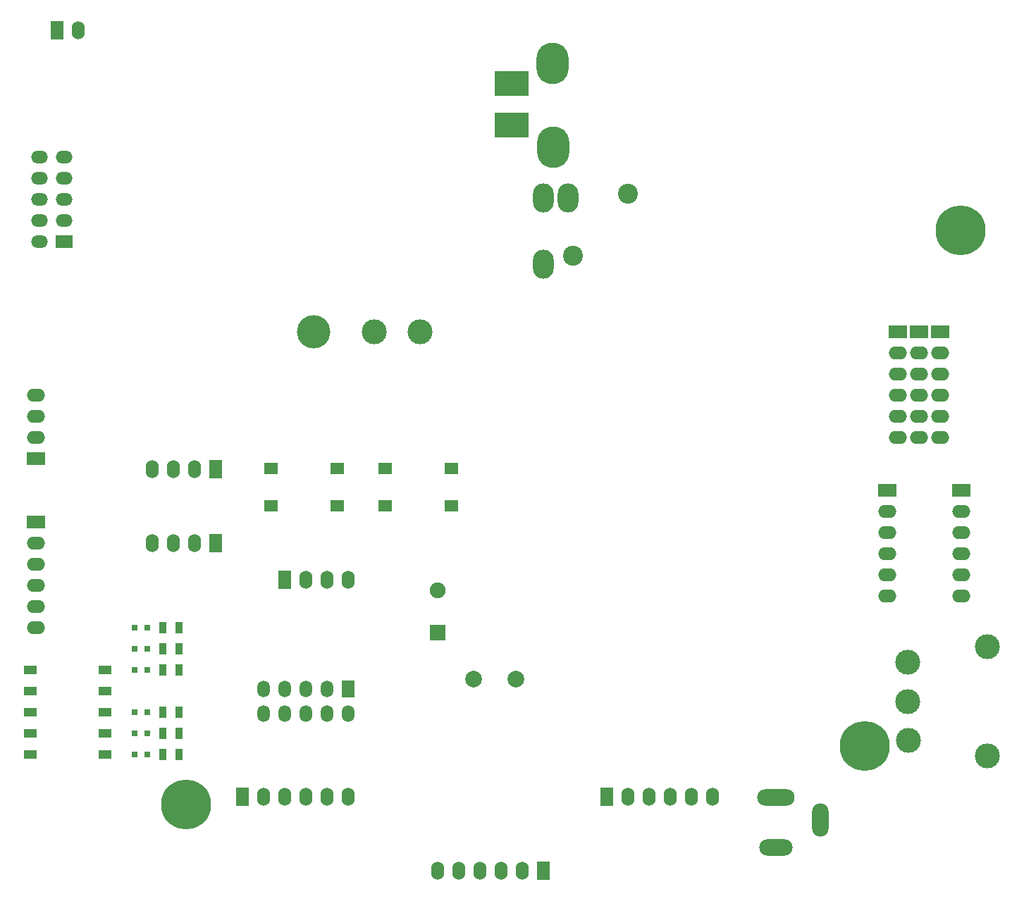
<source format=gbr>
G04 #@! TF.FileFunction,Soldermask,Top*
%FSLAX46Y46*%
G04 Gerber Fmt 4.6, Leading zero omitted, Abs format (unit mm)*
G04 Created by KiCad (PCBNEW (2015-10-27 BZR 6284, Git 48df08c)-product) date Wed 09 Dec 2015 03:30:12 AM CET*
%MOMM*%
G01*
G04 APERTURE LIST*
%ADD10C,0.100000*%
%ADD11R,2.199640X1.524000*%
%ADD12O,2.199640X1.524000*%
%ADD13R,1.524000X2.199640*%
%ADD14O,1.524000X2.199640*%
%ADD15C,1.998980*%
%ADD16O,1.998980X4.000500*%
%ADD17O,4.000500X1.998980*%
%ADD18O,4.500880X1.998980*%
%ADD19R,1.905000X1.905000*%
%ADD20C,1.905000*%
%ADD21O,1.500000X2.000000*%
%ADD22R,1.500000X2.000000*%
%ADD23O,2.000000X1.500000*%
%ADD24R,2.000000X1.500000*%
%ADD25C,4.000000*%
%ADD26C,3.000000*%
%ADD27O,2.500000X3.500000*%
%ADD28C,2.400000*%
%ADD29R,0.797560X0.797560*%
%ADD30R,0.889000X1.397000*%
%ADD31R,1.500000X1.100000*%
%ADD32O,3.900000X5.000000*%
%ADD33C,6.000000*%
G04 APERTURE END LIST*
D10*
D11*
X179070000Y-102235000D03*
D12*
X179070000Y-104775000D03*
X179070000Y-107315000D03*
X179070000Y-109855000D03*
X179070000Y-112395000D03*
X179070000Y-114935000D03*
D11*
X170180000Y-102235000D03*
D12*
X170180000Y-104775000D03*
X170180000Y-107315000D03*
X170180000Y-109855000D03*
X170180000Y-112395000D03*
X170180000Y-114935000D03*
D13*
X92710000Y-139065000D03*
D14*
X95250000Y-139065000D03*
X97790000Y-139065000D03*
X100330000Y-139065000D03*
X102870000Y-139065000D03*
X105410000Y-139065000D03*
D15*
X125603000Y-124968000D03*
X120523000Y-124968000D03*
D16*
X162145980Y-141914880D03*
D17*
X156845000Y-145166080D03*
D18*
X156845000Y-139164060D03*
D19*
X116205000Y-119380000D03*
D20*
X116205000Y-114300000D03*
D21*
X95250000Y-126115000D03*
X95250000Y-129155000D03*
X97790000Y-129155000D03*
X97790000Y-126115000D03*
D22*
X105410000Y-126115000D03*
D21*
X105410000Y-129155000D03*
X102870000Y-126115000D03*
X102870000Y-129155000D03*
X100330000Y-126115000D03*
X100330000Y-129155000D03*
D13*
X136525000Y-139065000D03*
D14*
X139065000Y-139065000D03*
X141605000Y-139065000D03*
X144145000Y-139065000D03*
X146685000Y-139065000D03*
X149225000Y-139065000D03*
D13*
X128905000Y-147955000D03*
D14*
X126365000Y-147955000D03*
X123825000Y-147955000D03*
X121285000Y-147955000D03*
X118745000Y-147955000D03*
X116205000Y-147955000D03*
D11*
X67945000Y-106045000D03*
D12*
X67945000Y-108585000D03*
X67945000Y-111125000D03*
X67945000Y-113665000D03*
X67945000Y-116205000D03*
X67945000Y-118745000D03*
D23*
X71370000Y-62230000D03*
X68330000Y-62230000D03*
X68330000Y-64770000D03*
X71370000Y-64770000D03*
D24*
X71370000Y-72390000D03*
D23*
X68330000Y-72390000D03*
X71370000Y-69850000D03*
X68330000Y-69850000D03*
X71370000Y-67310000D03*
X68330000Y-67310000D03*
D13*
X89535000Y-108585000D03*
D14*
X86995000Y-108585000D03*
X84455000Y-108585000D03*
X81915000Y-108585000D03*
D13*
X89535000Y-99695000D03*
D14*
X86995000Y-99695000D03*
X84455000Y-99695000D03*
X81915000Y-99695000D03*
D11*
X171450000Y-83185000D03*
D12*
X171450000Y-85725000D03*
X171450000Y-88265000D03*
X171450000Y-90805000D03*
X171450000Y-93345000D03*
X171450000Y-95885000D03*
D13*
X97840800Y-113030000D03*
D14*
X100380800Y-113030000D03*
X102920800Y-113030000D03*
X105460800Y-113030000D03*
D11*
X176530000Y-83185000D03*
D12*
X176530000Y-85725000D03*
X176530000Y-88265000D03*
X176530000Y-90805000D03*
X176530000Y-93345000D03*
X176530000Y-95885000D03*
D11*
X173990000Y-83185000D03*
D12*
X173990000Y-85725000D03*
X173990000Y-88265000D03*
X173990000Y-90805000D03*
X173990000Y-93345000D03*
X173990000Y-95885000D03*
D13*
X70485000Y-46990000D03*
D14*
X73025000Y-46990000D03*
D25*
X101265000Y-83185000D03*
D26*
X108565000Y-83185000D03*
X114065000Y-83185000D03*
D10*
G36*
X123095000Y-51880000D02*
X127095000Y-51880000D01*
X127095000Y-54880000D01*
X123095000Y-54880000D01*
X123095000Y-51880000D01*
X123095000Y-51880000D01*
G37*
G36*
X123095000Y-56880000D02*
X127095000Y-56880000D01*
X127095000Y-59880000D01*
X123095000Y-59880000D01*
X123095000Y-56880000D01*
X123095000Y-56880000D01*
G37*
D11*
X67945000Y-98425000D03*
D12*
X67945000Y-95885000D03*
X67945000Y-93345000D03*
X67945000Y-90805000D03*
D27*
X128885000Y-67120000D03*
X128885000Y-75120000D03*
X131885000Y-67120000D03*
D28*
X132485000Y-74120000D03*
X139085000Y-66620000D03*
D26*
X172720000Y-132334000D03*
X172717460Y-127635000D03*
X172717460Y-122936000D03*
X182245000Y-134231380D03*
X182245000Y-121038620D03*
D29*
X81280000Y-123825000D03*
X79781400Y-123825000D03*
X81280000Y-121285000D03*
X79781400Y-121285000D03*
X81280000Y-118745000D03*
X79781400Y-118745000D03*
X81280000Y-128905000D03*
X79781400Y-128905000D03*
X81280000Y-133985000D03*
X79781400Y-133985000D03*
X81280000Y-131445000D03*
X79781400Y-131445000D03*
D30*
X83185000Y-123825000D03*
X85090000Y-123825000D03*
X83185000Y-121285000D03*
X85090000Y-121285000D03*
X83185000Y-118745000D03*
X85090000Y-118745000D03*
X83185000Y-128905000D03*
X85090000Y-128905000D03*
X83185000Y-133985000D03*
X85090000Y-133985000D03*
X83185000Y-131445000D03*
X85090000Y-131445000D03*
D31*
X67305000Y-123825000D03*
X67305000Y-126365000D03*
X67305000Y-128905000D03*
X67305000Y-131445000D03*
X76205000Y-123825000D03*
X76205000Y-126365000D03*
X76205000Y-128905000D03*
X76205000Y-131445000D03*
X76205000Y-133985000D03*
X67305000Y-133985000D03*
D10*
G36*
X110681000Y-98990000D02*
X110681000Y-100290000D01*
X109131000Y-100290000D01*
X109131000Y-98990000D01*
X110681000Y-98990000D01*
X110681000Y-98990000D01*
G37*
G36*
X110681000Y-103490000D02*
X110681000Y-104790000D01*
X109131000Y-104790000D01*
X109131000Y-103490000D01*
X110681000Y-103490000D01*
X110681000Y-103490000D01*
G37*
G36*
X118631000Y-103490000D02*
X118631000Y-104790000D01*
X117081000Y-104790000D01*
X117081000Y-103490000D01*
X118631000Y-103490000D01*
X118631000Y-103490000D01*
G37*
G36*
X118631000Y-98990000D02*
X118631000Y-100290000D01*
X117081000Y-100290000D01*
X117081000Y-98990000D01*
X118631000Y-98990000D01*
X118631000Y-98990000D01*
G37*
G36*
X96965000Y-98990000D02*
X96965000Y-100290000D01*
X95415000Y-100290000D01*
X95415000Y-98990000D01*
X96965000Y-98990000D01*
X96965000Y-98990000D01*
G37*
G36*
X96965000Y-103490000D02*
X96965000Y-104790000D01*
X95415000Y-104790000D01*
X95415000Y-103490000D01*
X96965000Y-103490000D01*
X96965000Y-103490000D01*
G37*
G36*
X104915000Y-103490000D02*
X104915000Y-104790000D01*
X103365000Y-104790000D01*
X103365000Y-103490000D01*
X104915000Y-103490000D01*
X104915000Y-103490000D01*
G37*
G36*
X104915000Y-98990000D02*
X104915000Y-100290000D01*
X103365000Y-100290000D01*
X103365000Y-98990000D01*
X104915000Y-98990000D01*
X104915000Y-98990000D01*
G37*
D32*
X130000000Y-51000000D03*
X130048000Y-61000000D03*
D33*
X86000000Y-140000000D03*
X167513000Y-133000000D03*
X179000000Y-71000000D03*
M02*

</source>
